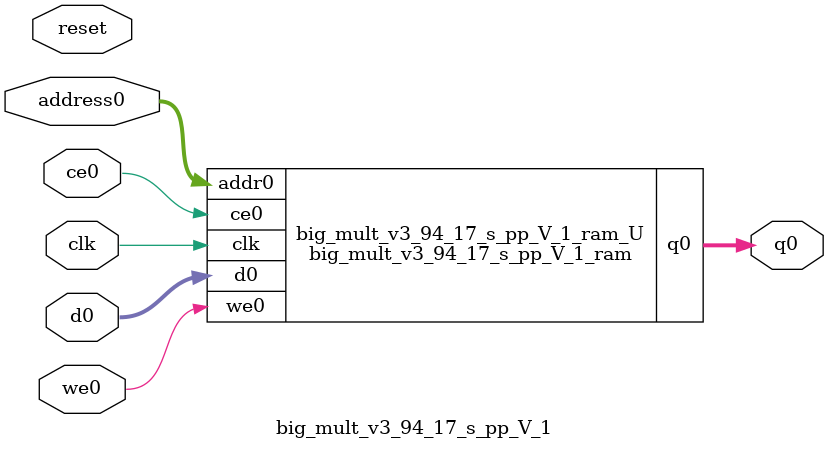
<source format=v>

`timescale 1 ns / 1 ps
module big_mult_v3_94_17_s_pp_V_1_ram (addr0, ce0, d0, we0, q0,  clk);

parameter DWIDTH = 34;
parameter AWIDTH = 6;
parameter MEM_SIZE = 36;

input[AWIDTH-1:0] addr0;
input ce0;
input[DWIDTH-1:0] d0;
input we0;
output reg[DWIDTH-1:0] q0;
input clk;

(* ram_style = "block" *)reg [DWIDTH-1:0] ram[MEM_SIZE-1:0];




always @(posedge clk)  
begin 
    if (ce0) 
    begin
        if (we0) 
        begin 
            ram[addr0] <= d0; 
            q0 <= d0;
        end 
        else 
            q0 <= ram[addr0];
    end
end


endmodule


`timescale 1 ns / 1 ps
module big_mult_v3_94_17_s_pp_V_1(
    reset,
    clk,
    address0,
    ce0,
    we0,
    d0,
    q0);

parameter DataWidth = 32'd34;
parameter AddressRange = 32'd36;
parameter AddressWidth = 32'd6;
input reset;
input clk;
input[AddressWidth - 1:0] address0;
input ce0;
input we0;
input[DataWidth - 1:0] d0;
output[DataWidth - 1:0] q0;




big_mult_v3_94_17_s_pp_V_1_ram big_mult_v3_94_17_s_pp_V_1_ram_U(
    .clk( clk ),
    .addr0( address0 ),
    .ce0( ce0 ),
    .d0( d0 ),
    .we0( we0 ),
    .q0( q0 ));

endmodule


</source>
